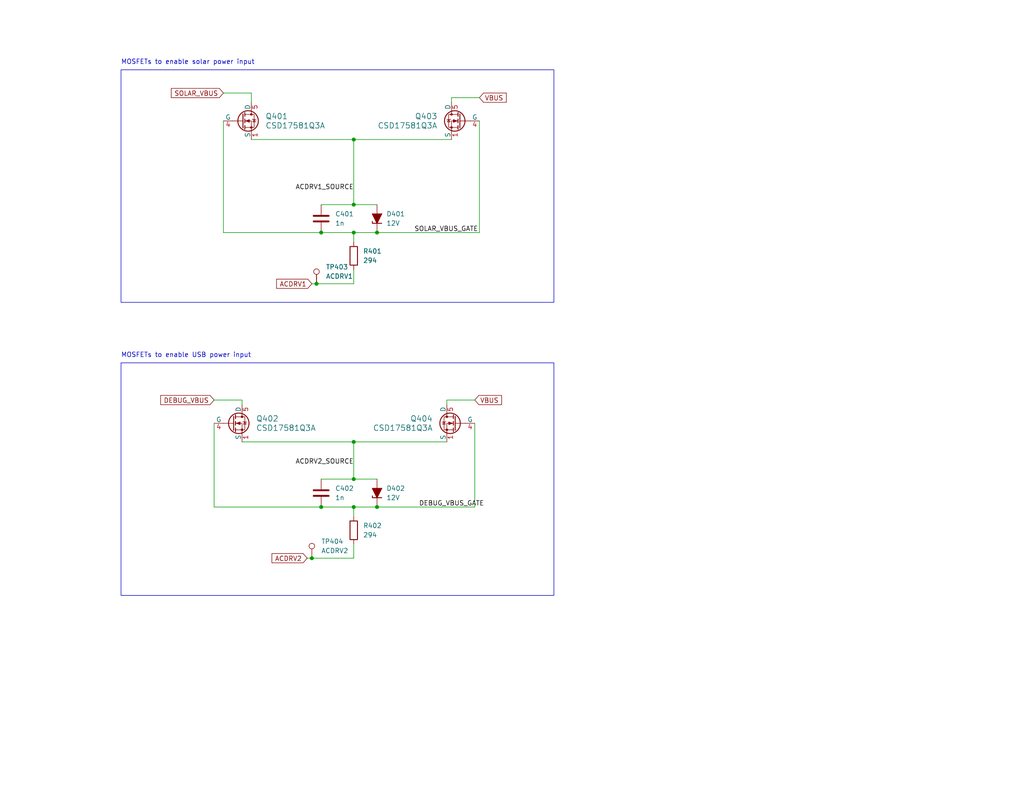
<source format=kicad_sch>
(kicad_sch (version 20230121) (generator eeschema)
  (paper "USLetter")
  (lib_symbols
    (symbol "Device:C" (pin_numbers hide) (pin_names (offset 0.254))
      (property "Reference" "C" (at 0.635 2.54 0))
      (property "Value" "C" (at 0.635 -2.54 0))
      (symbol "C_0_1"
        (polyline (pts (xy -2.032 -0.762) (xy 2.032 -0.762)) (stroke (width 0.508)))
        (polyline (pts (xy -2.032 0.762) (xy 2.032 0.762)) (stroke (width 0.508)))
      )
      (symbol "C_1_1"
        (pin passive line (at 0 3.81 270) (length 2.794) (name "~") (number "1"))
        (pin passive line (at 0 -3.81 90) (length 2.794) (name "~") (number "2"))
      )
    )
    (symbol "Device:D_Zener_Filled" (pin_numbers hide) (pin_names (offset 1.016) hide)
      (property "Reference" "D" (at 0 2.54 0))
      (property "Value" "D_Zener_Filled" (at 0 -2.54 0))
      (symbol "D_Zener_Filled_0_1"
        (polyline (pts (xy 1.27 0) (xy -1.27 0)))
        (polyline (pts (xy -1.27 -1.27) (xy -1.27 1.27) (xy -0.762 1.27)) (stroke (width 0.254)))
        (polyline (pts (xy 1.27 -1.27) (xy 1.27 1.27) (xy -1.27 0) (xy 1.27 -1.27)) (stroke (width 0.254)) (fill (type outline)))
      )
      (symbol "D_Zener_Filled_1_1"
        (pin passive line (at -3.81 0 0) (length 2.54) (name "K") (number "1"))
        (pin passive line (at 3.81 0 180) (length 2.54) (name "A") (number "2"))
      )
    )
    (symbol "Device:R" (pin_numbers hide) (pin_names (offset 0))
      (property "Reference" "R" (at 2.032 0 90))
      (property "Value" "R" (at 0 0 90))
      (symbol "R_0_1"
        (rectangle (start -1.016 -2.54) (end 1.016 2.54) (stroke (width 0.254)))
      )
      (symbol "R_1_1"
        (pin passive line (at 0 3.81 270) (length 1.27) (name "~") (number "1"))
        (pin passive line (at 0 -3.81 90) (length 1.27) (name "~") (number "2"))
      )
    )
    (symbol "TI CSD17581Q3A:CSD17581Q3A" (pin_names (offset 0))
      (property "Reference" "Q" (at 5.08 1.905 0))
      (property "Value" "CSD17581Q3A" (at 5.08 0 0))
      (symbol "CSD17581Q3A_0_1"
        (polyline (pts (xy 0.254 0) (xy -2.54 0)))
        (polyline (pts (xy 0.254 1.905) (xy 0.254 -1.905)) (stroke (width 0.254)))
        (polyline (pts (xy 0.762 -1.27) (xy 0.762 -2.286)) (stroke (width 0.254)))
        (polyline (pts (xy 0.762 0.508) (xy 0.762 -0.508)) (stroke (width 0.254)))
        (polyline (pts (xy 0.762 2.286) (xy 0.762 1.27)) (stroke (width 0.254)))
        (polyline (pts (xy 2.54 2.54) (xy 2.54 1.778)))
        (polyline (pts (xy 2.54 -2.54) (xy 2.54 0) (xy 0.762 0)))
        (polyline (pts (xy 0.762 -1.778) (xy 3.302 -1.778) (xy 3.302 1.778) (xy 0.762 1.778)))
        (polyline (pts (xy 1.016 0) (xy 2.032 0.381) (xy 2.032 -0.381) (xy 1.016 0)) (fill (type outline)))
        (polyline (pts (xy 2.794 0.508) (xy 2.921 0.381) (xy 3.683 0.381) (xy 3.81 0.254)))
        (polyline (pts (xy 3.302 0.381) (xy 2.921 -0.254) (xy 3.683 -0.254) (xy 3.302 0.381)))
        (circle (center 1.651 0) (radius 2.794) (stroke (width 0.254)))
        (circle (center 2.54 -1.778) (radius 0.254) (fill (type outline)))
        (circle (center 2.54 1.778) (radius 0.254) (fill (type outline)))
      )
      (symbol "CSD17581Q3A_1_1"
        (pin passive line (at 2.54 -5.08 90) (length 2.54) (name "S") (number "1"))
        (pin passive line (at -5.08 0 0) (length 2.54) (name "G") (number "4"))
        (pin passive line (at 2.54 5.08 270) (length 2.54) (name "D") (number "5"))
      )
    )
    (symbol "TVSC:TestPoint_Keystone_5001" (pin_numbers hide) (pin_names (offset 0.762) hide)
      (property "Reference" "TP" (at 0 6.858 0))
      (property "Value" "TestPoint" (at 0 5.08 0))
      (symbol "TestPoint_Keystone_5001_0_1"
        (circle (center 0 3.302) (radius 0.762))
      )
      (symbol "TestPoint_Keystone_5001_1_1"
        (pin passive line (at 0 0 90) (length 2.54) (name "1") (number "1"))
      )
    )
  )
  (junction (at 96.52 130.81))
  (junction (at 96.52 120.65))
  (junction (at 102.87 138.43))
  (junction (at 87.63 63.5))
  (junction (at 102.87 63.5))
  (junction (at 96.52 63.5))
  (junction (at 96.52 38.1))
  (junction (at 86.36 77.47))
  (junction (at 87.63 138.43))
  (junction (at 85.09 152.4))
  (junction (at 96.52 138.43))
  (junction (at 96.52 55.88))
  (wire (pts (xy 130.81 26.67) (xy 123.19 26.67)))
  (wire (pts (xy 96.52 138.43) (xy 102.87 138.43)))
  (wire (pts (xy 87.63 63.5) (xy 96.52 63.5)))
  (wire (pts (xy 68.58 38.1) (xy 96.52 38.1)))
  (wire (pts (xy 66.04 120.65) (xy 96.52 120.65)))
  (wire (pts (xy 66.04 109.22) (xy 66.04 110.49)))
  (wire (pts (xy 129.54 109.22) (xy 121.92 109.22)))
  (wire (pts (xy 96.52 63.5) (xy 96.52 66.04)))
  (wire (pts (xy 130.81 63.5) (xy 130.81 33.02)))
  (wire (pts (xy 60.96 63.5) (xy 87.63 63.5)))
  (wire (pts (xy 68.58 25.4) (xy 68.58 27.94)))
  (wire (pts (xy 85.09 152.4) (xy 96.52 152.4)))
  (wire (pts (xy 58.42 138.43) (xy 87.63 138.43)))
  (wire (pts (xy 96.52 55.88) (xy 102.87 55.88)))
  (wire (pts (xy 96.52 38.1) (xy 96.52 55.88)))
  (wire (pts (xy 60.96 25.4) (xy 68.58 25.4)))
  (wire (pts (xy 102.87 138.43) (xy 129.54 138.43)))
  (wire (pts (xy 96.52 152.4) (xy 96.52 148.59)))
  (wire (pts (xy 96.52 130.81) (xy 102.87 130.81)))
  (wire (pts (xy 129.54 138.43) (xy 129.54 115.57)))
  (wire (pts (xy 121.92 109.22) (xy 121.92 110.49)))
  (wire (pts (xy 87.63 138.43) (xy 96.52 138.43)))
  (wire (pts (xy 58.42 109.22) (xy 66.04 109.22)))
  (wire (pts (xy 96.52 38.1) (xy 123.19 38.1)))
  (wire (pts (xy 123.19 26.67) (xy 123.19 27.94)))
  (wire (pts (xy 96.52 77.47) (xy 96.52 73.66)))
  (wire (pts (xy 102.87 63.5) (xy 130.81 63.5)))
  (wire (pts (xy 96.52 63.5) (xy 102.87 63.5)))
  (wire (pts (xy 87.63 55.88) (xy 96.52 55.88)))
  (wire (pts (xy 58.42 115.57) (xy 58.42 138.43)))
  (wire (pts (xy 96.52 138.43) (xy 96.52 140.97)))
  (wire (pts (xy 86.36 77.47) (xy 96.52 77.47)))
  (wire (pts (xy 96.52 120.65) (xy 96.52 130.81)))
  (wire (pts (xy 85.09 77.47) (xy 86.36 77.47)))
  (wire (pts (xy 87.63 130.81) (xy 96.52 130.81)))
  (wire (pts (xy 96.52 120.65) (xy 121.92 120.65)))
  (wire (pts (xy 60.96 33.02) (xy 60.96 63.5)))
  (wire (pts (xy 83.82 152.4) (xy 85.09 152.4)))
  (rectangle (start 33.02 99.06) (end 151.13 162.56))
  (rectangle (start 33.02 19.05) (end 151.13 82.55))
  (text "MOSFETs to enable USB power input" (at 33.02 97.79 0) (effects (font (size 1.27 1.27)) (justify left bottom)))
  (text "MOSFETs to enable solar power input" (at 33.02 17.78 0) (effects (font (size 1.27 1.27)) (justify left bottom)))
  (label "DEBUG_VBUS_GATE" (at 114.3 138.43 0))
  (label "SOLAR_VBUS_GATE" (at 113.03 63.5 0))
  (label "ACDRV2_SOURCE" (at 96.52 127 180))
  (label "ACDRV1_SOURCE" (at 96.52 52.07 180))
  (global_label "ACDRV1" (shape input) (at 85.09 77.47 180) (property "Intersheetrefs" "${INTERSHEET_REFS}" (at 74.9081 77.47 0) (effects (justify right))))
  (global_label "VBUS" (shape input) (at 129.54 109.22 0) (property "Intersheetrefs" "${INTERSHEET_REFS}" (at 137.4238 109.22 0) (effects (justify left))))
  (global_label "DEBUG_VBUS" (shape input) (at 58.42 109.22 180) (property "Intersheetrefs" "${INTERSHEET_REFS}" (at 43.2791 109.22 0) (effects (justify right))))
  (global_label "VBUS" (shape input) (at 130.81 26.67 0) (property "Intersheetrefs" "${INTERSHEET_REFS}" (at 138.6938 26.67 0) (effects (justify left))))
  (global_label "ACDRV2" (shape input) (at 83.82 152.4 180) (property "Intersheetrefs" "${INTERSHEET_REFS}" (at 73.6381 152.4 0) (effects (justify right))))
  (global_label "SOLAR_VBUS" (shape input) (at 60.96 25.4 180) (property "Intersheetrefs" "${INTERSHEET_REFS}" (at 39.8319 25.4 0) (effects (justify right))))
  (symbol (lib_id "Device:D_Zener_Filled") (at 102.87 59.69 90) (unit 1)
    (property "Reference" "D401" (at 105.41 58.42 90) (effects (justify right)))
    (property "Value" "12V" (at 105.41 60.96 90) (effects (justify right)))
    (property "Footprint" "Diode_SMD:D_SOD-523" (effects hide))
    (property "Manufacturer Part Number" "BZT52C12T-7" (effects hide))
    (property "Manufacturer" "Diodes Incorporated" (effects hide))
    (property "MPN" "C507911" (effects hide))
    (property "Active" "Y" (effects hide))
  )
  (symbol (lib_id "TI CSD17581Q3A:CSD17581Q3A") (at 124.46 115.57 0) (mirror y) (unit 1)
    (property "Reference" "Q404" (at 118.11 114.3 0) (effects (font (size 1.524 1.524)) (justify left)))
    (property "Value" "CSD17581Q3A" (at 118.11 116.84 0) (effects (font (size 1.524 1.524)) (justify left)))
    (property "Footprint" "footprints:Q3A_TEX" (effects hide))
    (property "Datasheet" "https://www.ti.com/product/CSD17581Q3A" (effects hide))
    (property "MPN" "C2861705" (effects hide))
    (property "Manufacturer" "Texas Instruments" (effects hide))
    (property "Manufacturer Part Number" "CSD17581Q3A" (effects hide))
    (property "Active" "Y" (effects hide))
  )
  (symbol (lib_id "TI CSD17581Q3A:CSD17581Q3A") (at 66.04 33.02 0) (unit 1)
    (property "Reference" "Q401" (at 72.39 31.75 0) (effects (font (size 1.524 1.524)) (justify left)))
    (property "Value" "CSD17581Q3A" (at 72.39 34.29 0) (effects (font (size 1.524 1.524)) (justify left)))
    (property "Footprint" "footprints:Q3A_TEX" (effects hide))
    (property "Datasheet" "https://www.ti.com/product/CSD17581Q3A" (effects hide))
    (property "MPN" "C2861705" (effects hide))
    (property "Manufacturer" "Texas Instruments" (effects hide))
    (property "Manufacturer Part Number" "CSD17581Q3A" (effects hide))
    (property "Active" "Y" (effects hide))
  )
  (symbol (lib_id "TVSC:TestPoint_Keystone_5001") (at 85.09 152.4 0) (unit 1)
    (property "Reference" "TP404" (at 87.63 147.828 0) (effects (justify left)))
    (property "Value" "ACDRV2" (at 87.63 150.368 0) (effects (justify left)))
    (property "Footprint" "footprints:TestPoint_Pad_D2.5mm" (effects hide))
  )
  (symbol (lib_id "Device:C") (at 87.63 134.62 0) (unit 1)
    (property "Reference" "C402" (at 91.44 133.35 0) (effects (justify left)))
    (property "Value" "1n" (at 91.44 135.89 0) (effects (justify left)))
    (property "Footprint" "footprints:Nondescript_C_0402_1005Metric" (effects hide))
    (property "Manufacturer Part Number" "GRM1555C1H102JA01D" (effects hide))
    (property "Manufacturer" "Murata Electronics" (effects hide))
    (property "Designed Manufacturer" "Murata Electronics" (effects hide))
    (property "Designed Part Number" "GRM1555C1H102FA01D" (effects hide))
    (property "MPN" "C76947" (effects hide))
    (property "Active" "Y" (effects hide))
  )
  (symbol (lib_id "Device:D_Zener_Filled") (at 102.87 134.62 90) (unit 1)
    (property "Reference" "D402" (at 105.41 133.35 90) (effects (justify right)))
    (property "Value" "12V" (at 105.41 135.89 90) (effects (justify right)))
    (property "Footprint" "Diode_SMD:D_SOD-523" (effects hide))
    (property "Manufacturer Part Number" "BZT52C12T-7" (effects hide))
    (property "Manufacturer" "Diodes Incorporated" (effects hide))
    (property "MPN" "C507911" (effects hide))
    (property "Active" "Y" (effects hide))
  )
  (symbol (lib_id "TVSC:TestPoint_Keystone_5001") (at 86.36 77.47 0) (unit 1)
    (property "Reference" "TP403" (at 88.9 72.898 0) (effects (justify left)))
    (property "Value" "ACDRV1" (at 88.9 75.438 0) (effects (justify left)))
    (property "Footprint" "footprints:TestPoint_Pad_D2.5mm" (effects hide))
  )
  (symbol (lib_id "TI CSD17581Q3A:CSD17581Q3A") (at 63.5 115.57 0) (unit 1)
    (property "Reference" "Q402" (at 69.85 114.3 0) (effects (font (size 1.524 1.524)) (justify left)))
    (property "Value" "CSD17581Q3A" (at 69.85 116.84 0) (effects (font (size 1.524 1.524)) (justify left)))
    (property "Footprint" "footprints:Q3A_TEX" (effects hide))
    (property "Datasheet" "https://www.ti.com/product/CSD17581Q3A" (effects hide))
    (property "MPN" "C2861705" (effects hide))
    (property "Manufacturer" "Texas Instruments" (effects hide))
    (property "Manufacturer Part Number" "CSD17581Q3A" (effects hide))
    (property "Active" "Y" (effects hide))
  )
  (symbol (lib_id "Device:C") (at 87.63 59.69 0) (unit 1)
    (property "Reference" "C401" (at 91.44 58.42 0) (effects (justify left)))
    (property "Value" "1n" (at 91.44 60.96 0) (effects (justify left)))
    (property "Footprint" "footprints:Nondescript_C_0402_1005Metric" (effects hide))
    (property "Manufacturer Part Number" "GRM1555C1H102JA01D" (effects hide))
    (property "Manufacturer" "Murata Electronics" (effects hide))
    (property "Designed Manufacturer" "Murata Electronics" (effects hide))
    (property "Designed Part Number" "GRM1555C1H102FA01D" (effects hide))
    (property "MPN" "C76947" (effects hide))
    (property "Active" "Y" (effects hide))
  )
  (symbol (lib_id "Device:R") (at 96.52 144.78 0) (unit 1)
    (property "Reference" "R402" (at 99.06 143.51 0) (effects (justify left)))
    (property "Value" "294" (at 99.06 146.05 0) (effects (justify left)))
    (property "Footprint" "Resistor_SMD:R_0603_1608Metric" (effects hide))
    (property "Manufacturer Part Number" "RC0603FR-07294RL" (effects hide))
    (property "Manufacturer" "YAGEO" (effects hide))
    (property "Designed Manufacturer" "Vishay-Dale" (effects hide))
    (property "Designed Part Number" "CRCW0603294RFKEA" (effects hide))
    (property "MPN" "C185345" (effects hide))
    (property "Active" "Y" (effects hide))
  )
  (symbol (lib_id "TI CSD17581Q3A:CSD17581Q3A") (at 125.73 33.02 0) (mirror y) (unit 1)
    (property "Reference" "Q403" (at 119.38 31.75 0) (effects (font (size 1.524 1.524)) (justify left)))
    (property "Value" "CSD17581Q3A" (at 119.38 34.29 0) (effects (font (size 1.524 1.524)) (justify left)))
    (property "Footprint" "footprints:Q3A_TEX" (effects hide))
    (property "Datasheet" "https://www.ti.com/product/CSD17581Q3A" (effects hide))
    (property "MPN" "C2861705" (effects hide))
    (property "Manufacturer" "Texas Instruments" (effects hide))
    (property "Manufacturer Part Number" "CSD17581Q3A" (effects hide))
    (property "Active" "Y" (effects hide))
  )
  (symbol (lib_id "Device:R") (at 96.52 69.85 0) (unit 1)
    (property "Reference" "R401" (at 99.06 68.58 0) (effects (justify left)))
    (property "Value" "294" (at 99.06 71.12 0) (effects (justify left)))
    (property "Footprint" "Resistor_SMD:R_0603_1608Metric" (effects hide))
    (property "Manufacturer Part Number" "RC0603FR-07294RL" (effects hide))
    (property "Manufacturer" "YAGEO" (effects hide))
    (property "Designed Manufacturer" "Vishay-Dale" (effects hide))
    (property "Designed Part Number" "CRCW0603294RFKEA" (effects hide))
    (property "MPN" "C185345" (effects hide))
    (property "Active" "Y" (effects hide))
  )
)
</source>
